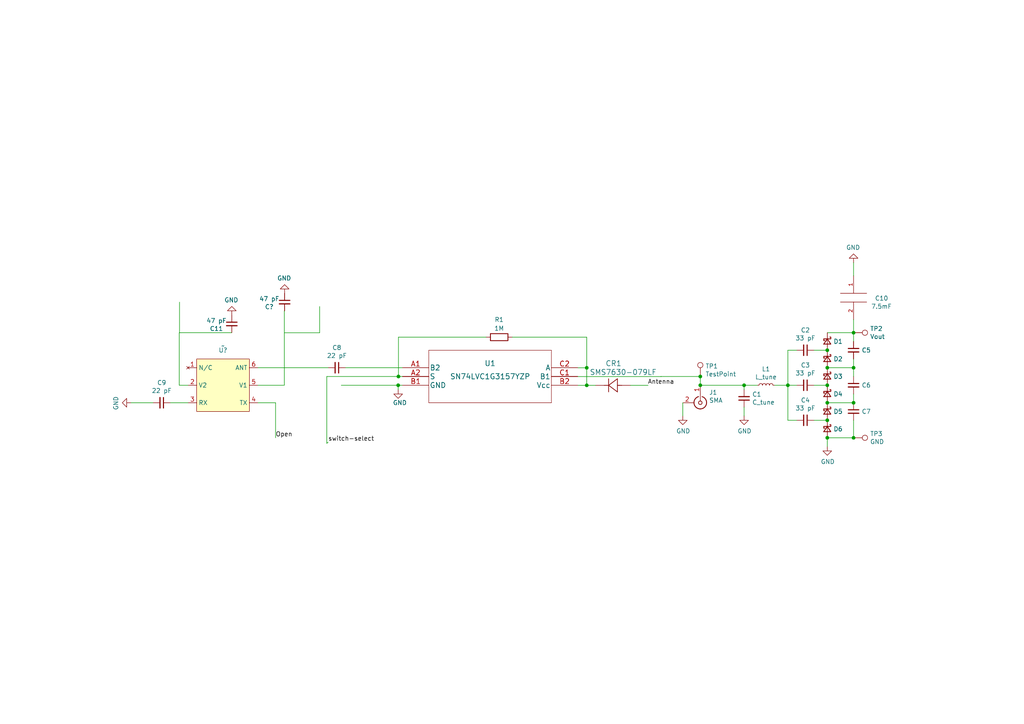
<source format=kicad_sch>
(kicad_sch (version 20230121) (generator eeschema)
  (paper "A4")
  (lib_symbols
    (symbol "Connector:Conn_Coaxial" (pin_names (offset 1.016) hide)
      (property "Reference" "J" (at 0.254 3.048 0))
      (property "Value" "Conn_Coaxial" (at 2.921 0 90))
      (symbol "Conn_Coaxial_0_1"
        (arc (start -1.778 -0.508) (mid 0.2311 -1.8066) (end 1.778 0) (stroke (width 0.254)))
        (polyline (pts (xy -2.54 0) (xy -0.508 0)))
        (polyline (pts (xy 0 -2.54) (xy 0 -1.778)))
        (circle (center 0 0) (radius 0.508) (stroke (width 0.2032)))
        (arc (start 1.778 0) (mid 0.2099 1.8101) (end -1.778 0.508) (stroke (width 0.254)))
      )
      (symbol "Conn_Coaxial_1_1"
        (pin passive line (at -5.08 0 0) (length 2.54) (name "In") (number "1"))
        (pin passive line (at 0 -5.08 90) (length 2.54) (name "Ext") (number "2"))
      )
    )
    (symbol "Connector:TestPoint" (pin_numbers hide) (pin_names (offset 0.762) hide)
      (property "Reference" "TP" (at 0 6.858 0))
      (property "Value" "TestPoint" (at 0 5.08 0))
      (symbol "TestPoint_0_1"
        (circle (center 0 3.302) (radius 0.762))
      )
      (symbol "TestPoint_1_1"
        (pin passive line (at 0 0 90) (length 2.54) (name "1") (number "1"))
      )
    )
    (symbol "Device:C_Small" (pin_numbers hide) (pin_names (offset 0.254) hide)
      (property "Reference" "C" (at 0.254 1.778 0))
      (property "Value" "C_Small" (at 0.254 -2.032 0))
      (symbol "C_Small_0_1"
        (polyline (pts (xy -1.524 -0.508) (xy 1.524 -0.508)) (stroke (width 0.3302)))
        (polyline (pts (xy -1.524 0.508) (xy 1.524 0.508)) (stroke (width 0.3048)))
      )
      (symbol "C_Small_1_1"
        (pin passive line (at 0 2.54 270) (length 2.032) (name "~") (number "1"))
        (pin passive line (at 0 -2.54 90) (length 2.032) (name "~") (number "2"))
      )
    )
    (symbol "Device:D_Schottky_Small" (pin_numbers hide) (pin_names (offset 0.254) hide)
      (property "Reference" "D" (at -1.27 2.032 0))
      (property "Value" "D_Schottky_Small" (at -7.112 -2.032 0))
      (symbol "D_Schottky_Small_0_1"
        (polyline (pts (xy -0.762 0) (xy 0.762 0)))
        (polyline (pts (xy 0.762 -1.016) (xy -0.762 0) (xy 0.762 1.016) (xy 0.762 -1.016)) (stroke (width 0.254)))
        (polyline (pts (xy -1.27 0.762) (xy -1.27 1.016) (xy -0.762 1.016) (xy -0.762 -1.016) (xy -0.254 -1.016) (xy -0.254 -0.762)) (stroke (width 0.254)))
      )
      (symbol "D_Schottky_Small_1_1"
        (pin passive line (at -2.54 0 0) (length 1.778) (name "K") (number "1"))
        (pin passive line (at 2.54 0 180) (length 1.778) (name "A") (number "2"))
      )
    )
    (symbol "Device:L_Small" (pin_numbers hide) (pin_names (offset 0.254) hide)
      (property "Reference" "L" (at 0.762 1.016 0))
      (property "Value" "L_Small" (at 0.762 -1.016 0))
      (symbol "L_Small_0_1"
        (arc (start 0 -2.032) (mid 0.5058 -1.524) (end 0 -1.016))
        (arc (start 0 -1.016) (mid 0.5058 -0.508) (end 0 0))
        (arc (start 0 0) (mid 0.5058 0.508) (end 0 1.016))
        (arc (start 0 1.016) (mid 0.5058 1.524) (end 0 2.032))
      )
      (symbol "L_Small_1_1"
        (pin passive line (at 0 2.54 270) (length 0.508) (name "~") (number "1"))
        (pin passive line (at 0 -2.54 90) (length 0.508) (name "~") (number "2"))
      )
    )
    (symbol "Device:R" (pin_numbers hide) (pin_names (offset 0))
      (property "Reference" "R" (at 2.032 0 90))
      (property "Value" "R" (at 0 0 90))
      (symbol "R_0_1"
        (rectangle (start -1.016 -2.54) (end 1.016 2.54) (stroke (width 0.254)))
      )
      (symbol "R_1_1"
        (pin passive line (at 0 3.81 270) (length 1.27) (name "~") (number "1"))
        (pin passive line (at 0 -3.81 90) (length 1.27) (name "~") (number "2"))
      )
    )
    (symbol "New_Library:SKY13314-374LF"
      (property "Reference" "U" (at 0 10.16 0))
      (symbol "SKY13314-374LF_1_1"
        (rectangle (start -7.62 7.62) (end 7.62 -7.62) (fill (type background)))
        (pin no_connect line (at -10.16 5.08 0) (length 2.54) (name "N/C") (number "1"))
        (pin input line (at -10.16 0 0) (length 2.54) (name "V2") (number "2"))
        (pin output line (at -10.16 -5.08 0) (length 2.54) (name "RX") (number "3"))
        (pin output line (at 10.16 -5.08 180) (length 2.54) (name "TX") (number "4"))
        (pin input line (at 10.16 0 180) (length 2.54) (name "V1") (number "5"))
        (pin input line (at 10.16 5.08 180) (length 2.54) (name "ANT") (number "6"))
      )
    )
    (symbol "SMS7630-079LF:SMS7630-079LF" (pin_numbers hide) (pin_names (offset -1.651) hide)
      (property "Reference" "CR" (at 5.08 4.445 0))
      (property "Value" "SMS7630-079LF" (at 5.08 -7.62 0))
      (symbol "SMS7630-079LF_1_1"
        (polyline (pts (xy 2.54 0) (xy 3.4798 0)) (stroke (width 0.2032)))
        (polyline (pts (xy 3.175 0) (xy 3.81 0)) (stroke (width 0.2032)))
        (polyline (pts (xy 3.81 -1.905) (xy 6.35 0)) (stroke (width 0.2032)))
        (polyline (pts (xy 3.81 1.905) (xy 3.81 -1.905)) (stroke (width 0.2032)))
        (polyline (pts (xy 6.35 -1.905) (xy 6.35 1.905)) (stroke (width 0.2032)))
        (polyline (pts (xy 6.35 0) (xy 3.81 1.905)) (stroke (width 0.2032)))
        (polyline (pts (xy 6.35 0) (xy 7.62 0)) (stroke (width 0.2032)))
        (pin unspecified line (at 10.16 0 180) (length 2.54) (name "1") (number "1"))
        (pin unspecified line (at 0 0 0) (length 2.54) (name "2") (number "2"))
      )
    )
    (symbol "SN74LVC1G3157YZTR:SN74LVC1G3157YZTR" (pin_names (offset 0.254))
      (property "Reference" "U?" (at 25.4 11.43 0))
      (property "Value" "SN74LVC1G3157YZP" (at 25.4 7.62 0))
      (symbol "SN74LVC1G3157YZTR_1_1"
        (polyline (pts (xy 7.62 -10.16) (xy 43.18 -10.16)) (stroke (width 0.127)))
        (polyline (pts (xy 7.62 5.08) (xy 7.62 -10.16)) (stroke (width 0.127)))
        (polyline (pts (xy 43.18 -10.16) (xy 43.18 5.08)) (stroke (width 0.127)))
        (polyline (pts (xy 43.18 5.08) (xy 7.62 5.08)) (stroke (width 0.127)))
        (pin unspecified line (at 0 0 0) (length 7.62) (name "B2") (number "A1"))
        (pin unspecified line (at 0 -2.54 0) (length 7.62) (name "S") (number "A2"))
        (pin unspecified line (at 0 -5.08 0) (length 7.62) (name "GND") (number "B1"))
        (pin unspecified line (at 50.8 -5.08 180) (length 7.62) (name "Vcc") (number "B2"))
        (pin unspecified line (at 50.8 -2.54 180) (length 7.62) (name "B1") (number "C1"))
        (pin unspecified line (at 50.8 0 180) (length 7.62) (name "A") (number "C2"))
      )
    )
    (symbol "power:GND" (power) (pin_names (offset 0))
      (property "Value" "GND" (at 0 -3.81 0))
      (symbol "GND_0_1"
        (polyline (pts (xy 0 0) (xy 0 -1.27) (xy 1.27 -1.27) (xy 0 -2.54) (xy -1.27 -1.27) (xy 0 -1.27)))
      )
      (symbol "GND_1_1"
        (pin power_in line (at 0 0 270) (length 0) hide (name "GND") (number "1"))
      )
    )
    (symbol "pspice:CAP" (pin_names (offset 0.254))
      (property "Reference" "C" (at 2.54 3.81 90))
      (property "Value" "CAP" (at 2.54 -3.81 90))
      (symbol "CAP_0_1"
        (polyline (pts (xy -3.81 -1.27) (xy 3.81 -1.27)))
        (polyline (pts (xy -3.81 1.27) (xy 3.81 1.27)))
      )
      (symbol "CAP_1_1"
        (pin passive line (at 0 6.35 270) (length 5.08) (name "~") (number "1"))
        (pin passive line (at 0 -6.35 90) (length 5.08) (name "~") (number "2"))
      )
    )
  )
  (junction (at 239.947 106.659))
  (junction (at 247.567 116.819))
  (junction (at 239.947 116.819))
  (junction (at 215.817 111.739))
  (junction (at 203.117 111.739))
  (junction (at 239.947 126.979))
  (junction (at 239.947 121.899))
  (junction (at 115.57 109.199))
  (junction (at 170.18 111.76))
  (junction (at 170.18 106.68))
  (junction (at 247.567 106.659))
  (junction (at 239.947 101.579))
  (junction (at 115.487 111.739))
  (junction (at 228.517 111.739))
  (junction (at 203.117 109.199))
  (junction (at 247.567 96.499))
  (junction (at 247.567 126.979))
  (junction (at 239.947 111.739))
  (wire (pts (xy 247.567 76.179) (xy 247.567 79.989)))
  (wire (pts (xy 79.927 116.819) (xy 79.927 126.979)))
  (wire (pts (xy 236.137 121.899) (xy 239.947 121.899)))
  (wire (pts (xy 92.71 88.9) (xy 92.71 96.52)))
  (wire (pts (xy 228.517 111.739) (xy 228.517 121.899)))
  (wire (pts (xy 100.247 106.659) (xy 116.757 106.659)))
  (wire (pts (xy 198.037 116.819) (xy 198.037 120.629)))
  (wire (pts (xy 224.707 111.739) (xy 228.517 111.739)))
  (wire (pts (xy 74.847 116.819) (xy 79.927 116.819)))
  (wire (pts (xy 247.567 126.979) (xy 239.947 126.979)))
  (wire (pts (xy 239.947 101.579) (xy 236.137 101.579)))
  (wire (pts (xy 182.88 111.76) (xy 187.96 111.76)))
  (wire (pts (xy 239.947 129.519) (xy 239.947 126.979)))
  (wire (pts (xy 82.55 96.52) (xy 92.71 96.52)))
  (wire (pts (xy 167.64 106.68) (xy 170.18 106.68)))
  (wire (pts (xy 228.517 101.579) (xy 228.517 111.739)))
  (wire (pts (xy 247.567 96.499) (xy 247.567 99.039)))
  (wire (pts (xy 115.57 109.22) (xy 115.57 109.199)))
  (wire (pts (xy 203.117 111.739) (xy 215.817 111.739)))
  (wire (pts (xy 215.817 113.009) (xy 215.817 111.739)))
  (wire (pts (xy 82.467 90.149) (xy 82.467 111.739)))
  (wire (pts (xy 231.057 101.579) (xy 228.517 101.579)))
  (wire (pts (xy 115.57 109.199) (xy 116.757 109.199)))
  (wire (pts (xy 52.07 87.63) (xy 52.07 96.52)))
  (wire (pts (xy 203.117 109.199) (xy 203.117 111.739)))
  (wire (pts (xy 247.567 106.659) (xy 247.567 109.199)))
  (wire (pts (xy 51.987 111.739) (xy 54.527 111.739)))
  (wire (pts (xy 94.7817 128.5898) (xy 95.167 128.249)))
  (wire (pts (xy 67.227 96.499) (xy 51.987 96.499)))
  (wire (pts (xy 239.947 106.659) (xy 247.567 106.659)))
  (wire (pts (xy 228.517 111.739) (xy 231.057 111.739)))
  (wire (pts (xy 115.487 111.739) (xy 116.757 111.739)))
  (wire (pts (xy 98.977 111.739) (xy 115.487 111.739)))
  (wire (pts (xy 148.59 97.79) (xy 170.18 97.79)))
  (wire (pts (xy 170.18 106.68) (xy 170.18 97.79)))
  (wire (pts (xy 247.567 104.119) (xy 247.567 106.659)))
  (wire (pts (xy 239.947 113.009) (xy 239.947 111.739)))
  (wire (pts (xy 115.487 111.739) (xy 115.487 113.009)))
  (wire (pts (xy 247.567 114.279) (xy 247.567 116.819)))
  (wire (pts (xy 247.567 92.689) (xy 247.567 96.499)))
  (wire (pts (xy 115.57 109.199) (xy 115.57 97.79)))
  (wire (pts (xy 94.7817 109.199) (xy 115.57 109.199)))
  (wire (pts (xy 49.447 116.819) (xy 54.527 116.819)))
  (wire (pts (xy 167.64 109.22) (xy 191.77 109.22)))
  (wire (pts (xy 239.947 96.499) (xy 247.567 96.499)))
  (wire (pts (xy 215.817 111.739) (xy 219.627 111.739)))
  (wire (pts (xy 74.847 106.659) (xy 95.167 106.659)))
  (wire (pts (xy 191.687 109.199) (xy 203.117 109.199)))
  (wire (pts (xy 74.847 111.739) (xy 82.467 111.739)))
  (wire (pts (xy 170.18 106.68) (xy 170.18 111.76)))
  (wire (pts (xy 247.567 121.899) (xy 247.567 126.979)))
  (wire (pts (xy 167.64 111.76) (xy 170.18 111.76)))
  (wire (pts (xy 94.7817 109.199) (xy 94.7817 128.5898)))
  (wire (pts (xy 215.817 118.089) (xy 215.817 120.629)))
  (wire (pts (xy 236.137 111.739) (xy 239.947 111.739)))
  (wire (pts (xy 38.017 116.819) (xy 44.367 116.819)))
  (wire (pts (xy 51.987 96.499) (xy 51.987 111.739)))
  (wire (pts (xy 170.18 111.76) (xy 172.72 111.76)))
  (wire (pts (xy 115.57 97.79) (xy 140.97 97.79)))
  (wire (pts (xy 239.947 116.819) (xy 247.567 116.819)))
  (wire (pts (xy 228.517 121.899) (xy 231.057 121.899)))
  (label "switch-select" (at 95.167 128.249 0))
  (label "Open" (at 79.927 126.979 0))
  (label "Antenna" (at 187.877 111.739 0))
  (symbol (lib_id "Device:D_Schottky_Small") (at 239.947 124.439 270) (unit 1)
    (property "Reference" "D6" (at 241.725 124.439 90) (effects (justify left)))
    (property "Value" "D_Schottky_Small" (effects hide))
    (property "Footprint" "Diode_SMD:D_0201_0603Metric" (effects hide))
  )
  (symbol (lib_id "Device:D_Schottky_Small") (at 239.947 119.359 270) (unit 1)
    (property "Reference" "D5" (at 241.725 119.359 90) (effects (justify left)))
    (property "Value" "D_Schottky_Small" (effects hide))
    (property "Footprint" "Diode_SMD:D_0201_0603Metric" (effects hide))
  )
  (symbol (lib_id "Device:C_Small") (at 247.567 119.359 0) (unit 1)
    (property "Reference" "C7" (at 249.9038 119.359 0) (effects (justify left)))
    (property "Value" "C_Small" (effects hide))
    (property "Footprint" "Capacitor_SMD:C_0201_0603Metric" (effects hide))
  )
  (symbol (lib_id "Device:D_Schottky_Small") (at 239.947 114.279 270) (unit 1)
    (property "Reference" "D4" (at 241.725 114.279 90) (effects (justify left)))
    (property "Value" "D_Schottky_Small" (effects hide))
    (property "Footprint" "Diode_SMD:D_0201_0603Metric" (effects hide))
  )
  (symbol (lib_id "Device:D_Schottky_Small") (at 239.947 109.199 270) (unit 1)
    (property "Reference" "D3" (at 241.725 109.199 90) (effects (justify left)))
    (property "Value" "D_Schottky_Small" (effects hide))
    (property "Footprint" "Diode_SMD:D_0201_0603Metric" (effects hide))
  )
  (symbol (lib_id "Device:D_Schottky_Small") (at 239.947 104.119 270) (unit 1)
    (property "Reference" "D2" (at 241.725 104.119 90) (effects (justify left)))
    (property "Value" "D_Schottky_Small" (effects hide))
    (property "Footprint" "Diode_SMD:D_0201_0603Metric" (effects hide))
  )
  (symbol (lib_id "Device:D_Schottky_Small") (at 239.947 99.039 270) (unit 1)
    (property "Reference" "D1" (at 241.725 99.039 90) (effects (justify left)))
    (property "Value" "D_Schottky_Small" (effects hide))
    (property "Footprint" "Diode_SMD:D_0201_0603Metric" (effects hide))
  )
  (symbol (lib_id "Device:C_Small") (at 233.597 111.739 270) (unit 1)
    (property "Reference" "C3" (at 233.597 105.9224 90))
    (property "Value" "33 pF" (at 233.597 108.2338 90))
    (property "Footprint" "Capacitor_SMD:C_0201_0603Metric" (effects hide))
  )
  (symbol (lib_id "Device:C_Small") (at 233.597 101.579 270) (unit 1)
    (property "Reference" "C2" (at 233.597 95.7624 90))
    (property "Value" "33 pF" (at 233.597 98.0738 90))
    (property "Footprint" "Capacitor_SMD:C_0201_0603Metric" (effects hide))
  )
  (symbol (lib_id "Device:C_Small") (at 247.567 111.739 0) (unit 1)
    (property "Reference" "C6" (at 249.9038 111.739 0) (effects (justify left)))
    (property "Value" "C_Small" (effects hide))
    (property "Footprint" "Capacitor_SMD:C_0201_0603Metric" (effects hide))
  )
  (symbol (lib_id "Device:C_Small") (at 247.567 101.579 0) (unit 1)
    (property "Reference" "C5" (at 249.9038 101.579 0) (effects (justify left)))
    (property "Value" "C_Small" (effects hide))
    (property "Footprint" "Capacitor_SMD:C_0201_0603Metric" (effects hide))
  )
  (symbol (lib_id "Device:C_Small") (at 233.597 121.899 270) (unit 1)
    (property "Reference" "C4" (at 233.597 116.0824 90))
    (property "Value" "33 pF" (at 233.597 118.3938 90))
    (property "Footprint" "Capacitor_SMD:C_0201_0603Metric" (effects hide))
  )
  (symbol (lib_id "Device:L_Small") (at 222.167 111.739 90) (unit 1)
    (property "Reference" "L1" (at 222.167 107.04 90))
    (property "Value" "L_tune" (at 222.167 109.3514 90))
    (property "Footprint" "Inductor_SMD:L_0201_0603Metric" (effects hide))
  )
  (symbol (lib_id "Device:C_Small") (at 215.817 115.549 180) (unit 1)
    (property "Reference" "C1" (at 218.1538 114.3806 0) (effects (justify right)))
    (property "Value" "C_tune" (at 218.1538 116.692 0) (effects (justify right)))
    (property "Footprint" "Capacitor_SMD:C_0201_0603Metric" (effects hide))
  )
  (symbol (lib_id "Connector:Conn_Coaxial") (at 203.117 116.819 270) (unit 1)
    (property "Reference" "J1" (at 205.657 113.8218 90) (effects (justify left)))
    (property "Value" "SMA" (at 205.657 116.1332 90) (effects (justify left)))
    (property "Footprint" "Connector_Coaxial:SMA_Amphenol_132289_EdgeMount" (effects hide))
    (property "Datasheet" " ~" (effects hide))
  )
  (symbol (lib_id "Connector:TestPoint") (at 203.117 109.199 0) (unit 1)
    (property "Reference" "TP1" (at 204.5902 106.2018 0) (effects (justify left)))
    (property "Value" "TestPoint" (at 204.5902 108.5132 0) (effects (justify left)))
    (property "Footprint" "TestPoint:TestPoint_Pad_1.0x1.0mm" (effects hide))
  )
  (symbol (lib_id "power:GND") (at 239.947 129.519 0) (unit 1)
    (property "Reference" "#PWR03" (effects hide))
    (property "Value" "GND" (at 240.074 133.9132 0))
  )
  (symbol (lib_id "power:GND") (at 215.817 120.629 0) (unit 1)
    (property "Reference" "#PWR02" (effects hide))
    (property "Value" "GND" (at 215.944 125.0232 0))
  )
  (symbol (lib_id "power:GND") (at 198.037 120.629 0) (unit 1)
    (property "Reference" "#PWR01" (effects hide))
    (property "Value" "GND" (at 198.164 125.0232 0))
  )
  (symbol (lib_id "Connector:TestPoint") (at 247.567 96.499 270) (unit 1)
    (property "Reference" "TP2" (at 252.3422 95.3306 90) (effects (justify left)))
    (property "Value" "Vout" (at 252.3422 97.642 90) (effects (justify left)))
    (property "Footprint" "TestPoint:TestPoint_Pad_1.0x1.0mm" (effects hide))
  )
  (symbol (lib_id "Connector:TestPoint") (at 247.567 126.979 270) (unit 1)
    (property "Reference" "TP3" (at 252.3422 125.8106 90) (effects (justify left)))
    (property "Value" "GND" (at 252.3422 128.122 90) (effects (justify left)))
    (property "Footprint" "TestPoint:TestPoint_Pad_1.0x1.0mm" (effects hide))
  )
  (symbol (lib_id "power:GND") (at 82.55 85.09 180) (unit 1)
    (property "Reference" "#PWR08" (effects hide))
    (property "Value" "GND" (at 82.423 80.6958 0))
  )
  (symbol (lib_id "New_Library:SKY13314-374LF") (at 64.687 111.739 0) (unit 1)
    (property "Reference" "U?" (at 64.687 101.579 0))
    (property "Value" "~" (at 64.687 100.309 0))
  )
  (symbol (lib_id "Device:R") (at 144.78 97.79 90) (unit 1)
    (property "Reference" "R1" (at 144.78 92.71 90))
    (property "Value" "1M" (at 144.78 95.25 90))
    (property "Footprint" "Resistor_SMD:R_0201_0603Metric" (effects hide))
  )
  (symbol (lib_id "power:GND") (at 115.487 113.009 0) (mirror y) (unit 1)
    (property "Reference" "#PWR04" (effects hide))
    (property "Value" "GND" (at 118.027 116.819 0) (effects (justify left)))
  )
  (symbol (lib_id "Device:C_Small") (at 82.55 87.63 0) (unit 1)
    (property "Reference" "C?" (at 78.105 89.0016 0))
    (property "Value" "47 pF" (at 78.105 86.6902 0))
    (property "Footprint" "Capacitor_SMD:C_0201_0603Metric" (effects hide))
  )
  (symbol (lib_id "SMS7630-079LF:SMS7630-079LF") (at 182.88 111.76 180) (unit 1)
    (property "Reference" "CR1" (at 180.34 105.41 0) (effects (font (size 1.524 1.524)) (justify left)))
    (property "Value" "SMS7630-079LF" (at 190.5 107.95 0) (effects (font (size 1.524 1.524)) (justify left)))
    (property "Footprint" "Diode_SMD:D_0201_0603Metric" (effects hide))
  )
  (symbol (lib_id "Device:C_Small") (at 97.707 106.659 270) (unit 1)
    (property "Reference" "C8" (at 97.707 100.8424 90))
    (property "Value" "22 pF" (at 97.707 103.1538 90))
    (property "Footprint" "Capacitor_SMD:C_0201_0603Metric" (effects hide))
  )
  (symbol (lib_id "SN74LVC1G3157YZTR:SN74LVC1G3157YZTR") (at 116.757 106.659 0) (unit 1)
    (property "Reference" "U1" (at 142.157 105.389 0) (effects (font (size 1.524 1.524))))
    (property "Value" "SN74LVC1G3157YZP" (at 142.157 109.199 0) (effects (font (size 1.524 1.524))))
    (property "Footprint" "Sensor_temp-humid:SN74LVC1G3157YZTR" (effects hide))
  )
  (symbol (lib_id "power:GND") (at 38.017 116.819 270) (unit 1)
    (property "Reference" "#PWR05" (effects hide))
    (property "Value" "GND" (at 33.6228 116.946 0))
  )
  (symbol (lib_id "pspice:CAP") (at 247.567 86.339 0) (unit 1)
    (property "Reference" "C10" (at 253.7425 86.5183 0) (effects (justify left)))
    (property "Value" "7.5mF" (at 252.647 88.879 0) (effects (justify left)))
    (property "Footprint" "Capacitor_SMD:C_1210_3225Metric" (effects hide))
  )
  (symbol (lib_id "power:GND") (at 247.567 76.179 180) (unit 1)
    (property "Reference" "#PWR06" (effects hide))
    (property "Value" "GND" (at 247.44 71.7848 0))
  )
  (symbol (lib_id "Device:C_Small") (at 46.907 116.819 270) (unit 1)
    (property "Reference" "C9" (at 46.907 111.0024 90))
    (property "Value" "22 pF" (at 46.907 113.3138 90))
    (property "Footprint" "Capacitor_SMD:C_0201_0603Metric" (effects hide))
  )
  (symbol (lib_id "power:GND") (at 67.227 91.419 180) (unit 1)
    (property "Reference" "#PWR07" (effects hide))
    (property "Value" "GND" (at 67.1 87.0248 0))
  )
  (symbol (lib_id "Device:C_Small") (at 67.227 93.959 0) (unit 1)
    (property "Reference" "C11" (at 62.782 95.3306 0))
    (property "Value" "47 pF" (at 62.782 93.0192 0))
    (property "Footprint" "Capacitor_SMD:C_0201_0603Metric" (effects hide))
  )
)
</source>
